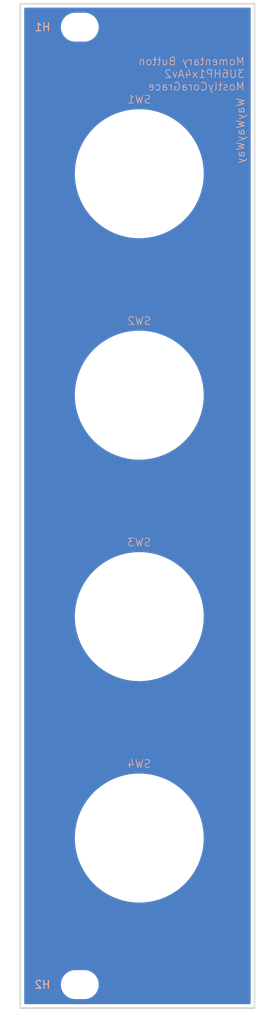
<source format=kicad_pcb>
(kicad_pcb (version 20241229) (generator "pcbnew") (generator_version "9.0")
  (layers (0 "F.Cu" signal) (2 "B.Cu" signal) (13 "F.Paste" user) (15 "B.Paste" user) (5 "F.SilkS" user "F.Silkscreen") (7 "B.SilkS" user "B.Silkscreen") (1 "F.Mask" user) (3 "B.Mask" user) (25 "Edge.Cuts" user))
  (net 0 "")
  (footprint "EXC:SW_SPST_M16_Panel_Mount_Push-Button" (layer "F.Cu") (at 15.24 109.175)
    (property "Reference" "SW4" (at 0 -9.5 0) (layer "B.SilkS") (effects (font (thickness 0.1)) (justify mirror)))
    (property "Value" "SW_SPST_M16_Panel_Mount_Push-Button")
    (pad "" np_thru_hole circle (at 0 0) (size 16 16) (drill 16) (layers "*.Cu" "*.Mask"))
  )
  (footprint "EXC:SW_SPST_M16_Panel_Mount_Push-Button" (layer "F.Cu") (at 15.24 24.175)
    (property "Reference" "SW1" (at 0 -9.5 0) (layer "B.SilkS") (effects (font (thickness 0.1)) (justify mirror)))
    (property "Value" "SW_SPST_M16_Panel_Mount_Push-Button")
    (pad "" np_thru_hole circle (at 0 0) (size 16 16) (drill 16) (layers "*.Cu" "*.Mask"))
  )
  (footprint "EXC:MountingHole_3.2mm_M3" (layer "F.Cu") (at 7.62 5.425)
    (property "Reference" "H1" (at -3.683 0 0) (layer "B.SilkS") (effects (justify left mirror)))
    (property "Value" "Eurorack_M3_MountingHole")
    (pad "" np_thru_hole oval (at 0 0) (size 4.34 3.2) (drill oval 4.34 3.2) (layers "*.Cu" "*.Mask"))
  )
  (footprint "EXC:MountingHole_3.2mm_M3" (layer "F.Cu") (at 7.62 127.925)
    (property "Reference" "H2" (at -3.683 0 0) (layer "B.SilkS") (effects (justify left mirror)))
    (property "Value" "Eurorack_M3_MountingHole")
    (pad "" np_thru_hole oval (at 0 0) (size 4.34 3.2) (drill oval 4.34 3.2) (layers "*.Cu" "*.Mask"))
  )
  (footprint "EXC:SW_SPST_M16_Panel_Mount_Push-Button" (layer "F.Cu") (at 15.24 52.5083)
    (property "Reference" "SW2" (at 0 -9.5 0) (layer "B.SilkS") (effects (font (thickness 0.1)) (justify mirror)))
    (property "Value" "SW_SPST_M16_Panel_Mount_Push-Button")
    (pad "" np_thru_hole circle (at 0 0) (size 16 16) (drill 16) (layers "*.Cu" "*.Mask"))
  )
  (footprint "EXC:SW_SPST_M16_Panel_Mount_Push-Button" (layer "F.Cu") (at 15.24 80.8417)
    (property "Reference" "SW3" (at 0 -9.5 0) (layer "B.SilkS") (effects (font (thickness 0.1)) (justify mirror)))
    (property "Value" "SW_SPST_M16_Panel_Mount_Push-Button")
    (pad "" np_thru_hole circle (at 0 0) (size 16 16) (drill 16) (layers "*.Cu" "*.Mask"))
  )
  (gr_rect (start 0 2.425) (end 30 130.925) (stroke (width 0.2)) (fill no) (layer "Edge.Cuts"))
  (gr_text "WayWayWay" (at 28.8 14.4 90) (layer "B.SilkS") (effects (font (size 1 1) (thickness 0.1)) (justify left bottom mirror)))
  (gr_text "Momentary Button\n3U6HP1x4Av2\nMostlyCoraGrace" (at 28.8 13.6 0) (layer "B.SilkS") (effects (font (size 1 1) (thickness 0.1)) (justify left bottom mirror)))
  (zone (net 0) (net_name "") (layers "F.Cu" "B.Cu") (connect_pads (clearance 0.5)) (min_thickness 0.25) (fill yes (thermal_gap 0.5) (thermal_bridge_width 0.5) (island_removal_mode 1) (island_area_min 10))
    (polygon (pts (xy 0 2.425) (xy 30 2.425) (xy 30 130.925) (xy 0 130.925)))
  )
)
</source>
